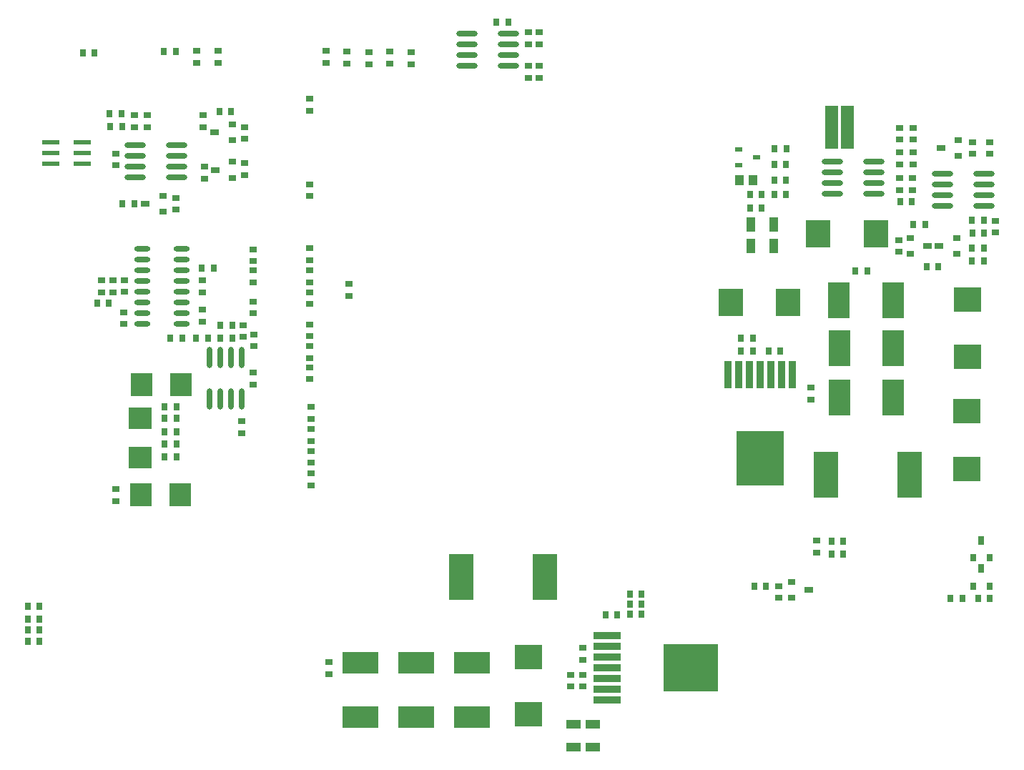
<source format=gtp>
G04*
G04 #@! TF.GenerationSoftware,Altium Limited,Altium Designer,19.1.7 (138)*
G04*
G04 Layer_Color=8421504*
%FSLAX44Y44*%
%MOMM*%
G71*
G01*
G75*
%ADD19R,6.4000X5.6000*%
%ADD20R,5.6000X6.4000*%
%ADD21R,0.9000X0.8000*%
%ADD22R,0.8000X0.9000*%
%ADD23O,2.5000X0.7000*%
%ADD24R,2.6162X2.7432*%
%ADD25R,2.9000X5.4000*%
%ADD26R,3.2000X3.0000*%
%ADD27R,1.7000X1.1000*%
%ADD28R,3.2000X0.9000*%
%ADD29R,0.6500X0.9000*%
%ADD30R,0.6500X1.1000*%
%ADD31R,3.0000X3.2000*%
%ADD32R,2.6000X4.2000*%
%ADD33R,0.9000X0.6500*%
%ADD34R,1.1000X0.6500*%
%ADD35R,1.1000X1.7000*%
%ADD36R,1.0000X1.3000*%
%ADD37R,0.8500X0.6000*%
%ADD38R,1.5500X5.2000*%
%ADD39R,0.9000X3.2000*%
%ADD40R,4.2000X2.6000*%
%ADD41O,0.7000X2.5000*%
%ADD42O,1.9000X0.6000*%
%ADD43R,2.7432X2.6162*%
%ADD44R,2.0000X0.5300*%
D19*
X904000Y110100D02*
D03*
D20*
X986107Y358500D02*
D03*
D21*
X711700Y863048D02*
D03*
Y849048D02*
D03*
X724700Y823048D02*
D03*
Y809048D02*
D03*
X711700Y823048D02*
D03*
Y809048D02*
D03*
X724700Y849052D02*
D03*
Y863052D02*
D03*
X499000Y551002D02*
D03*
Y565002D02*
D03*
X454250Y340498D02*
D03*
Y326498D02*
D03*
X776000Y101998D02*
D03*
Y87998D02*
D03*
X476000Y103002D02*
D03*
Y117002D02*
D03*
X762000Y101998D02*
D03*
Y87998D02*
D03*
X776000Y133998D02*
D03*
Y119998D02*
D03*
X1046000Y442002D02*
D03*
Y428002D02*
D03*
X1151000Y750002D02*
D03*
Y736002D02*
D03*
X1053000Y246998D02*
D03*
Y260998D02*
D03*
X1265008Y625773D02*
D03*
Y639773D02*
D03*
X1151301Y676299D02*
D03*
Y690299D02*
D03*
X1166301Y676299D02*
D03*
Y690299D02*
D03*
X1150252Y602999D02*
D03*
Y616999D02*
D03*
X1167125Y750002D02*
D03*
Y736002D02*
D03*
X1167125Y706498D02*
D03*
Y720498D02*
D03*
X1151301Y720502D02*
D03*
Y706502D02*
D03*
X1258000Y718999D02*
D03*
Y732999D02*
D03*
X1008500Y207002D02*
D03*
Y193002D02*
D03*
X1238000Y718999D02*
D03*
Y732999D02*
D03*
X223000Y307999D02*
D03*
Y321999D02*
D03*
X206000Y554998D02*
D03*
Y568998D02*
D03*
X233500Y555398D02*
D03*
Y569398D02*
D03*
X327000Y750800D02*
D03*
Y764800D02*
D03*
X375500Y736600D02*
D03*
Y750600D02*
D03*
X260500Y764502D02*
D03*
Y750502D02*
D03*
X328000Y703552D02*
D03*
Y689552D02*
D03*
X294500Y652999D02*
D03*
Y666998D02*
D03*
X233000Y517400D02*
D03*
Y531400D02*
D03*
X325500Y554997D02*
D03*
Y568997D02*
D03*
X325500Y534502D02*
D03*
Y520502D02*
D03*
X472000Y841002D02*
D03*
Y827002D02*
D03*
X245300Y750498D02*
D03*
Y764498D02*
D03*
X223000Y719502D02*
D03*
Y705502D02*
D03*
X454250Y405002D02*
D03*
Y419002D02*
D03*
X453000Y682998D02*
D03*
Y668998D02*
D03*
X454250Y353002D02*
D03*
Y367002D02*
D03*
X386000Y530002D02*
D03*
Y544002D02*
D03*
X372000Y388098D02*
D03*
Y402098D02*
D03*
X376000Y707998D02*
D03*
Y693998D02*
D03*
X454250Y379002D02*
D03*
Y393002D02*
D03*
X386000Y446002D02*
D03*
Y460002D02*
D03*
X453000Y452052D02*
D03*
Y466052D02*
D03*
X319000Y827002D02*
D03*
Y841002D02*
D03*
X497150Y826000D02*
D03*
Y840000D02*
D03*
X523000Y825002D02*
D03*
Y839002D02*
D03*
X547800Y826002D02*
D03*
Y840002D02*
D03*
X573200Y825002D02*
D03*
Y839002D02*
D03*
X453000Y580998D02*
D03*
Y566998D02*
D03*
Y555000D02*
D03*
Y541000D02*
D03*
Y606998D02*
D03*
Y592998D02*
D03*
X386051Y605998D02*
D03*
Y591998D02*
D03*
X453000Y503000D02*
D03*
Y517000D02*
D03*
X386500Y504998D02*
D03*
Y490998D02*
D03*
X453000Y783998D02*
D03*
Y769998D02*
D03*
X386000Y580998D02*
D03*
Y566998D02*
D03*
X453000Y477002D02*
D03*
Y491002D02*
D03*
X220000Y555002D02*
D03*
Y569002D02*
D03*
X373897Y515998D02*
D03*
Y501998D02*
D03*
X344702Y827002D02*
D03*
Y841002D02*
D03*
D22*
X673702Y875050D02*
D03*
X687702D02*
D03*
X338998Y583250D02*
D03*
X324998D02*
D03*
X280998Y375000D02*
D03*
X294998D02*
D03*
X816998Y173000D02*
D03*
X802998D02*
D03*
X831998Y197500D02*
D03*
X845998D02*
D03*
X831998Y185500D02*
D03*
X845998D02*
D03*
X846002Y173500D02*
D03*
X832002D02*
D03*
X1113001Y580000D02*
D03*
X1099001D02*
D03*
X1236998Y640000D02*
D03*
X1250998D02*
D03*
X988002Y670950D02*
D03*
X974002D02*
D03*
X1070500Y260400D02*
D03*
X1084500D02*
D03*
X1070500Y245000D02*
D03*
X1084500D02*
D03*
X996250Y485487D02*
D03*
X1010250D02*
D03*
X1237498Y625000D02*
D03*
X1251498D02*
D03*
X963298Y500488D02*
D03*
X977298D02*
D03*
X963298Y485488D02*
D03*
X977298D02*
D03*
X1151748Y662000D02*
D03*
X1165748D02*
D03*
X1182998Y585500D02*
D03*
X1196998D02*
D03*
X1167569Y635000D02*
D03*
X1181569D02*
D03*
X1237040Y592000D02*
D03*
X1251040D02*
D03*
X1016960Y688001D02*
D03*
X1002960D02*
D03*
X1016960Y706001D02*
D03*
X1002960D02*
D03*
X1237040Y607500D02*
D03*
X1251040D02*
D03*
X1017252Y725000D02*
D03*
X1003252D02*
D03*
X1017001Y671000D02*
D03*
X1003001D02*
D03*
X988002Y655000D02*
D03*
X974002D02*
D03*
X993001Y207000D02*
D03*
X979001D02*
D03*
X1225501Y192500D02*
D03*
X1211502D02*
D03*
X1243998Y192500D02*
D03*
X1257998D02*
D03*
X280998Y419000D02*
D03*
X294998D02*
D03*
X346998Y516000D02*
D03*
X360998D02*
D03*
X280998Y405995D02*
D03*
X294998D02*
D03*
X346998Y501000D02*
D03*
X360998D02*
D03*
X280998Y360000D02*
D03*
X294998D02*
D03*
X280998Y390000D02*
D03*
X294998D02*
D03*
X345998Y768750D02*
D03*
X359998D02*
D03*
X215998Y766302D02*
D03*
X229998D02*
D03*
X216498Y751250D02*
D03*
X230498D02*
D03*
X332502Y501000D02*
D03*
X318502D02*
D03*
X230998Y660000D02*
D03*
X244998D02*
D03*
X288001Y501000D02*
D03*
X302001D02*
D03*
X184000Y838200D02*
D03*
X198000D02*
D03*
X214998Y542500D02*
D03*
X200998D02*
D03*
X132998Y168000D02*
D03*
X118998D02*
D03*
X132998Y183000D02*
D03*
X118998D02*
D03*
X132998Y142000D02*
D03*
X118998D02*
D03*
X119002Y155000D02*
D03*
X133002D02*
D03*
X280002Y840000D02*
D03*
X294002D02*
D03*
D23*
X639200Y861100D02*
D03*
Y848400D02*
D03*
Y835700D02*
D03*
Y823000D02*
D03*
X688200Y861100D02*
D03*
Y848400D02*
D03*
Y835700D02*
D03*
Y823000D02*
D03*
X1120500Y671950D02*
D03*
Y684650D02*
D03*
Y697350D02*
D03*
Y710050D02*
D03*
X1071500Y671950D02*
D03*
Y684650D02*
D03*
Y697350D02*
D03*
Y710050D02*
D03*
X1201800Y695349D02*
D03*
Y682649D02*
D03*
Y669949D02*
D03*
Y657249D02*
D03*
X1250800Y695349D02*
D03*
Y682649D02*
D03*
Y669949D02*
D03*
Y657249D02*
D03*
X246000Y729050D02*
D03*
Y716350D02*
D03*
Y703650D02*
D03*
Y690950D02*
D03*
X295000Y729050D02*
D03*
Y716350D02*
D03*
Y703650D02*
D03*
Y690950D02*
D03*
D24*
X253505Y446000D02*
D03*
X300495D02*
D03*
X299495Y315000D02*
D03*
X252505D02*
D03*
D25*
X731000Y218000D02*
D03*
X632000D02*
D03*
X1163094Y339000D02*
D03*
X1064094D02*
D03*
D26*
X712000Y123000D02*
D03*
Y55000D02*
D03*
X1231000Y346000D02*
D03*
Y414000D02*
D03*
X1231340Y478500D02*
D03*
Y546500D02*
D03*
D27*
X765000Y43500D02*
D03*
Y16500D02*
D03*
X788000D02*
D03*
Y43500D02*
D03*
D28*
X805000Y148100D02*
D03*
Y135400D02*
D03*
Y122700D02*
D03*
Y110000D02*
D03*
Y97300D02*
D03*
Y84600D02*
D03*
Y71900D02*
D03*
D29*
X1238500Y240625D02*
D03*
X1257500D02*
D03*
X1257500Y207125D02*
D03*
X1238500D02*
D03*
D30*
X1248000Y261375D02*
D03*
X1248000Y227875D02*
D03*
D31*
X951000Y543000D02*
D03*
X1019000D02*
D03*
X1055000Y624373D02*
D03*
X1123000D02*
D03*
D32*
X1080000Y430000D02*
D03*
X1144000D02*
D03*
X1079499Y545751D02*
D03*
X1143500D02*
D03*
X1080000Y488500D02*
D03*
X1144000D02*
D03*
D33*
X1220875Y716500D02*
D03*
Y735500D02*
D03*
X1163875Y600500D02*
D03*
Y619500D02*
D03*
X1218875Y619500D02*
D03*
Y600500D02*
D03*
X1023125Y193000D02*
D03*
Y212000D02*
D03*
X360875Y754101D02*
D03*
Y735100D02*
D03*
X278873Y669500D02*
D03*
Y650500D02*
D03*
X361373Y709500D02*
D03*
Y690500D02*
D03*
D34*
X1200125Y726000D02*
D03*
X1184625Y610000D02*
D03*
X1198125Y610000D02*
D03*
X1043875Y202500D02*
D03*
X340125Y744601D02*
D03*
X258123Y660000D02*
D03*
X340623Y700000D02*
D03*
D35*
X1002000Y610000D02*
D03*
X975000D02*
D03*
X1002000Y635000D02*
D03*
X975000D02*
D03*
D36*
X977750Y688001D02*
D03*
X961750D02*
D03*
D37*
X982150Y715000D02*
D03*
X960650Y705500D02*
D03*
Y724500D02*
D03*
D38*
X1070575Y750502D02*
D03*
X1089075D02*
D03*
D39*
X1024100Y457500D02*
D03*
X1011400D02*
D03*
X998700D02*
D03*
X986000D02*
D03*
X973300D02*
D03*
X960600D02*
D03*
X947900D02*
D03*
D40*
X513004Y52001D02*
D03*
Y116001D02*
D03*
X579004Y52001D02*
D03*
Y116001D02*
D03*
X645004Y52001D02*
D03*
Y116001D02*
D03*
D41*
X372050Y477500D02*
D03*
X359350D02*
D03*
X346650D02*
D03*
X333950D02*
D03*
X372050Y428500D02*
D03*
X359350D02*
D03*
X346650D02*
D03*
X333950D02*
D03*
D42*
X301500Y517452D02*
D03*
Y530152D02*
D03*
Y542852D02*
D03*
Y555552D02*
D03*
Y568252D02*
D03*
Y580952D02*
D03*
Y593652D02*
D03*
Y606352D02*
D03*
X254500Y517452D02*
D03*
Y530152D02*
D03*
Y542852D02*
D03*
Y555552D02*
D03*
Y568252D02*
D03*
Y580952D02*
D03*
Y593652D02*
D03*
Y606352D02*
D03*
D43*
X252250Y405995D02*
D03*
Y359005D02*
D03*
D44*
X183600Y732700D02*
D03*
Y720000D02*
D03*
Y707300D02*
D03*
X146400D02*
D03*
Y720000D02*
D03*
Y732700D02*
D03*
M02*

</source>
